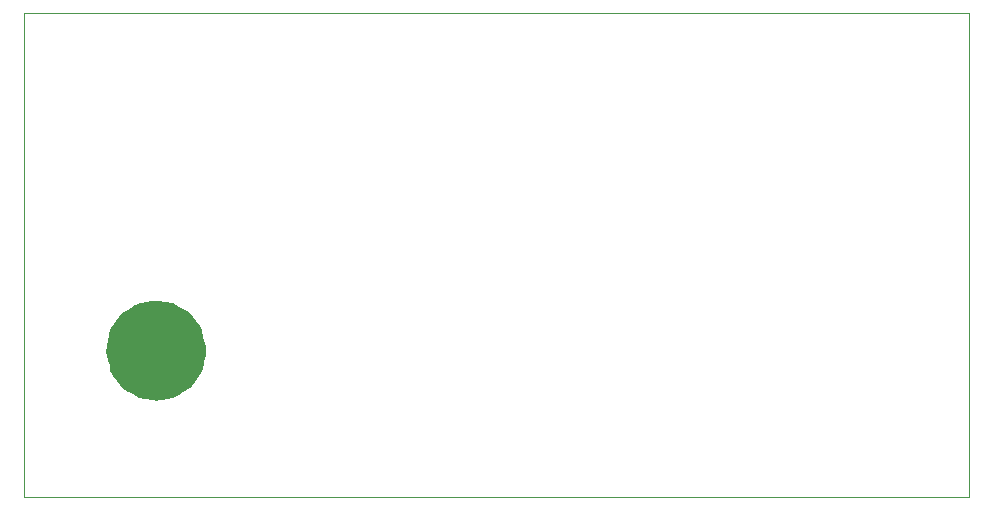
<source format=gbr>
%TF.GenerationSoftware,KiCad,Pcbnew,7.0.3*%
%TF.CreationDate,2023-05-15T17:39:44+02:00*%
%TF.ProjectId,PRO_MCU,50524f5f-4d43-4552-9e6b-696361645f70,rev?*%
%TF.SameCoordinates,Original*%
%TF.FileFunction,Profile,NP*%
%FSLAX45Y45*%
G04 Gerber Fmt 4.5, Leading zero omitted, Abs format (unit mm)*
G04 Created by KiCad (PCBNEW 7.0.3) date 2023-05-15 17:39:44*
%MOMM*%
%LPD*%
G01*
G04 APERTURE LIST*
%TA.AperFunction,Profile*%
%ADD10C,0.100000*%
%TD*%
%TA.AperFunction,Profile*%
%ADD11C,4.250000*%
%TD*%
G04 APERTURE END LIST*
D10*
%TO.C,Logo*%
X4890000Y-7397500D02*
X12890000Y-7397500D01*
X12890000Y-7397500D02*
X12890000Y-3297500D01*
X12890000Y-3297500D02*
X4890000Y-3297500D01*
X4890000Y-3297500D02*
X4890000Y-7397500D01*
%TO.C,U4*%
D11*
X6219650Y-6155850D02*
G75*
G03*
X6219650Y-6155850I-212500J0D01*
G01*
%TD*%
M02*

</source>
